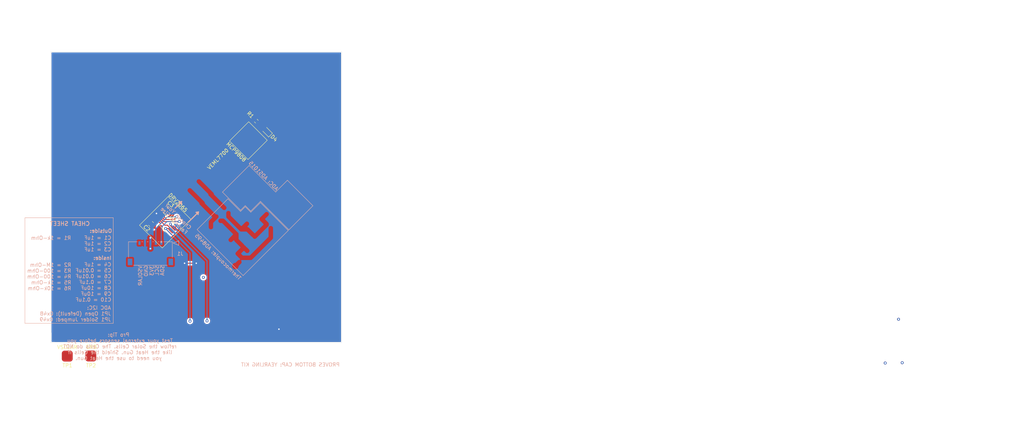
<source format=kicad_pcb>
(kicad_pcb (version 20240108) (generator "pcbnew") (generator_version "8.0")
  (title_block (title "YEARLING KIT -Z") (date "2023-03-27") (rev "3.1"))
  (layers (0 "F.Cu" signal) (1 "In1.Cu" signal) (2 "In2.Cu" signal) (31 "B.Cu" signal) (34 "B.Paste" user) (35 "F.Paste" user) (36 "B.SilkS" user "B.Silkscreen") (37 "F.SilkS" user "F.Silkscreen") (38 "B.Mask" user) (39 "F.Mask" user) (44 "Edge.Cuts" user))
  (net 0 "")
  (net 1 "GND")
  (net 2 "+3V3")
  (net 3 "VSOLAR")
  (net 4 "SDA")
  (net 5 "SCL")
  (net 6 "Net-(U2-REG)")
  (net 8 "Net-(D4-A)")
  (net 9 "Net-(U2-OUT+)")
  (net 11 "OUT")
  (footprint "SolarPanelBoards:Test Pad" (layer "F.Cu") (at 113.41 130.95 90)
    (property "Reference" "TP1" (at -2.58 0.04 0) (layer "F.SilkS"))
    (property "Value" "TestPoint")
    (pad "1" smd roundrect (at 0 0 90) (size 3 3) (layers "F.Cu" "F.Paste" "F.Mask") (net 3 "VSOLAR"))
  )
  (footprint "LED_SMD:LED_0603_1608Metric" (layer "F.Cu") (at 168.283153 69.123153 135)
    (property "Reference" "D4" (at -2.735 0.059999 135) (layer "F.SilkS"))
    (property "Value" "CQY99")
    (fp_line (start 0.8 -0.735) (end -1.485 -0.735) (stroke (width 0.12)) (layer "F.SilkS"))
    (fp_line (start -1.485 -0.735) (end -1.485 0.735) (stroke (width 0.12)) (layer "F.SilkS"))
    (fp_line (start -1.485 0.735) (end 0.8 0.735) (stroke (width 0.12)) (layer "F.SilkS"))
    (pad "1" smd roundrect (at -0.787501 0 135) (size 0.875 0.95) (layers "F.Cu" "F.Paste" "F.Mask") (net 1 "GND"))
    (pad "2" smd roundrect (at 0.787501 0 135) (size 0.875 0.95) (layers "F.Cu" "F.Paste" "F.Mask") (net 8 "Net-(D4-A)"))
  )
  (footprint "Capacitor_SMD:C_0805_2012Metric" (layer "F.Cu") (at 140.529949 90.476119 135)
    (property "Reference" "C3" (at 0 1.88 135) (layer "F.SilkS"))
    (property "Value" "1uF")
    (fp_line (start -0.261253 -0.735) (end 0.261253 -0.735) (stroke (width 0.12)) (layer "F.SilkS"))
    (fp_line (start -0.261253 0.735) (end 0.261253 0.735) (stroke (width 0.12)) (layer "F.SilkS"))
    (pad "1" smd roundrect (at -0.949999 0 135) (size 1 1.45) (layers "F.Cu" "F.Paste" "F.Mask") (net 6 "Net-(U2-REG)"))
    (pad "2" smd roundrect (at 0.949999 0 135) (size 1 1.45) (layers "F.Cu" "F.Paste" "F.Mask") (net 1 "GND"))
  )
  (footprint "SolarPanelBoards:Test Pad" (layer "F.Cu") (at 119.89 130.92 90)
    (property "Reference" "TP2" (at -2.61 0.05 0) (layer "F.SilkS"))
    (property "Value" "TestPoint")
    (pad "1" smd roundrect (at 0 0 90) (size 3 3) (layers "F.Cu" "F.Paste" "F.Mask") (net 1 "GND"))
  )
  (footprint "Resistor_SMD:R_0603_1608Metric" (layer "F.Cu") (at 165.419368 66.315938 -45)
    (property "Reference" "R1" (at -2.39 -0.065 135) (layer "F.SilkS"))
    (property "Value" "1k")
    (fp_line (start -0.237258 0.5225) (end 0.237258 0.5225) (stroke (width 0.12)) (layer "F.SilkS"))
    (fp_line (start -0.237258 -0.5225) (end 0.237258 -0.5225) (stroke (width 0.12)) (layer "F.SilkS"))
    (pad "1" smd roundrect (at -0.825 0 315) (size 0.8 0.95) (layers "F.Cu" "F.Paste" "F.Mask") (net 2 "+3V3"))
    (pad "2" smd roundrect (at 0.825 0 315) (size 0.8 0.95) (layers "F.Cu" "F.Paste" "F.Mask") (net 8 "Net-(D4-A)"))
  )
  (footprint "Capacitor_SMD:C_0805_2012Metric" (layer "F.Cu") (at 136.457014 94.591481 135)
    (property "Reference" "C2" (at 0 -1.679999 135) (layer "F.SilkS"))
    (property "Value" "1uF")
    (fp_line (start -0.261253 -0.735) (end 0.261253 -0.735) (stroke (width 0.12)) (layer "F.SilkS"))
    (fp_line (start -0.261253 0.735) (end 0.261253 0.735) (stroke (width 0.12)) (layer "F.SilkS"))
    (pad "1" smd roundrect (at -0.949999 0 135) (size 1 1.45) (layers "F.Cu" "F.Paste" "F.Mask") (net 2 "+3V3"))
    (pad "2" smd roundrect (at 0.949999 0 135) (size 1 1.45) (layers "F.Cu" "F.Paste" "F.Mask") (net 1 "GND"))
  )
  (footprint "Package_SO:VSSOP-10_3x3mm_P0.5mm" (layer "F.Cu") (at 140.742082 94.732902 -45)
    (property "Reference" "U2" (at 0 -2.450001 135) (layer "F.SilkS"))
    (property "Value" "DRV2605LDGS")
    (fp_line (start 0 1.61) (end -1.5 1.61) (stroke (width 0.12)) (layer "F.SilkS"))
    (fp_line (start 0 1.61) (end 1.5 1.61) (stroke (width 0.12)) (layer "F.SilkS"))
    (fp_line (start 0 -1.61) (end -2.925 -1.61) (stroke (width 0.12)) (layer "F.SilkS"))
    (fp_line (start 0 -1.61) (end 1.5 -1.61) (stroke (width 0.12)) (layer "F.SilkS"))
    (pad "1" smd roundrect (at -2.2 -1 315) (size 1.45 0.3) (layers "F.Cu" "F.Paste" "F.Mask") (net 6 "Net-(U2-REG)"))
    (pad "2" smd roundrect (at -2.2 -0.499999 315) (size 1.45 0.3) (layers "F.Cu" "F.Paste" "F.Mask") (net 5 "SCL"))
    (pad "3" smd roundrect (at -2.2 0 315) (size 1.45 0.3) (layers "F.Cu" "F.Paste" "F.Mask") (net 4 "SDA"))
    (pad "4" smd roundrect (at -2.2 0.499999 315) (size 1.45 0.3) (layers "F.Cu" "F.Paste" "F.Mask") (net 1 "GND"))
    (pad "5" smd roundrect (at -2.2 1 315) (size 1.45 0.3) (layers "F.Cu" "F.Paste" "F.Mask") (net 2 "+3V3"))
    (pad "6" smd roundrect (at 2.2 1 315) (size 1.45 0.3) (layers "F.Cu" "F.Paste" "F.Mask"))
    (pad "7" smd roundrect (at 2.2 0.499999 315) (size 1.45 0.3) (layers "F.Cu" "F.Paste" "F.Mask") (net 9 "Net-(U2-OUT+)"))
    (pad "8" smd roundrect (at 2.2 0 315) (size 1.45 0.3) (layers "F.Cu" "F.Paste" "F.Mask") (net 1 "GND"))
    (pad "9" smd roundrect (at 2.2 -0.499999 315) (size 1.45 0.3) (layers "F.Cu" "F.Paste" "F.Mask") (net 9 "Net-(U2-OUT+)"))
    (pad "10" smd roundrect (at 2.2 -1 315) (size 1.45 0.3) (layers "F.Cu" "F.Paste" "F.Mask") (net 2 "+3V3"))
  )
  (footprint "SolarPanelBoards:CON_5040500591" (layer "B.Cu") (at 139.278501 99.85)
    (property "Reference" "J1" (at 5.191499 2.93 0) (layer "B.SilkS") (effects (justify mirror)))
    (property "Value" "CON-5040500591" (hide yes))
    (fp_line (start -9.024989 -0.34) (end -6.620041 -0.34) (stroke (width 0.12)) (layer "B.SilkS"))
    (fp_line (start -9.024989 3.96996) (end -9.024989 -0.34) (stroke (width 0.12)) (layer "B.SilkS"))
    (fp_line (start -5.379961 -0.34) (end -5.120041 -0.34) (stroke (width 0.12)) (layer "B.SilkS"))
    (fp_line (start -3.879961 -0.34) (end -3.620039 -0.34) (stroke (width 0.12)) (layer "B.SilkS"))
    (fp_line (start -2.379959 -0.34) (end -2.12004 -0.34) (stroke (width 0.12)) (layer "B.SilkS"))
    (fp_line (start -0.87996 -0.34) (end -0.62004 -0.34) (stroke (width 0.12)) (layer "B.SilkS"))
    (fp_line (start 0.62004 -0.34) (end 3.024988 -0.34) (stroke (width 0.12)) (layer "B.SilkS"))
    (fp_line (start 1.660115 6.1) (end -7.660116 6.1) (stroke (width 0.12)) (layer "B.SilkS"))
    (fp_line (start 3.024988 -0.34) (end 3.024988 3.96996) (stroke (width 0.12)) (layer "B.SilkS"))
    (fp_line (start 3.278987 0) (end 4.802987 0.635) (stroke (width 0.12)) (layer "B.SilkS"))
    (fp_line (start 4.802987 -0.635) (end 3.278987 0) (stroke (width 0.12)) (layer "B.SilkS"))
    (fp_line (start 4.802987 0.635) (end 4.802987 -0.635) (stroke (width 0.12)) (layer "B.SilkS"))
    (fp_text user "*" (at 0 0 0) (layer "B.SilkS") (effects (justify mirror)))
    (pad "1" smd rect (at 0 0) (size 0.6 1) (layers "B.Cu" "B.Paste" "B.Mask") (net 4 "SDA"))
    (pad "2" smd rect (at -1.5 0) (size 0.6 1) (layers "B.Cu" "B.Paste" "B.Mask") (net 5 "SCL"))
    (pad "3" smd rect (at -2.999999 0) (size 0.6 1) (layers "B.Cu" "B.Paste" "B.Mask") (net 2 "+3V3"))
    (pad "4" smd rect (at -4.500001 0) (size 0.6 1) (layers "B.Cu" "B.Paste" "B.Mask") (net 1 "GND"))
    (pad "5" smd rect (at -6.000001 0) (size 0.6 1) (layers "B.Cu" "B.Paste" "B.Mask") (net 3 "VSOLAR"))
    (pad "6" smd rect (at 2.604999 5.19) (size 1.25 1.8) (layers "B.Cu" "B.Paste" "B.Mask"))
    (pad "7" smd rect (at -8.604999 5.19) (size 1.25 1.8) (layers "B.Cu" "B.Paste" "B.Mask") (net 11 "OUT"))
  )
  (gr_line (start 148.721082 91.370516) (end 149.406976 92.05641) (stroke (width 0.12)) (layer "B.SilkS"))
  (gr_line (start 180.978123 89.596889) (end 173.963624 82.58239) (stroke (width 0.12)) (layer "B.SilkS"))
  (gr_line (start 149.456473 92.105907) (end 149.223127 91.844279) (stroke (width 0.12)) (layer "B.SilkS"))
  (gr_line (start 161.787246 108.80191) (end 149.130034 96.144698) (stroke (width 0.12)) (layer "B.SilkS"))
  (gr_line (start 149.350406 91.914989) (end 148.855431 91.420014) (stroke (width 0.12)) (layer "B.SilkS"))
  (gr_line (start 143.011194 90.200255) (end 143.124331 90.313392) (stroke (width 0.12)) (layer "B.SilkS"))
  (gr_line (start 149.597895 91.200811) (end 148.721082 91.370516) (stroke (width 0.12)) (layer "B.SilkS"))
  (gr_line (start 144.213274 88.559766) (end 144.807245 88.474915) (stroke (width 0.12)) (layer "B.SilkS"))
  (gr_line (start 146.769467 94.17066) (end 146.65633 94.057523) (stroke (width 0.12)) (layer "B.SilkS"))
  (gr_line (start 149.583751 91.214953) (end 148.721082 91.370516) (stroke (width 0.12)) (layer "B.SilkS"))
  (gr_line (start 156.109177 85.842153) (end 163.434804 78.516527) (stroke (width 0.12)) (layer "B.SilkS"))
  (gr_line (start 144.807245 88.474915) (end 144.722393 88.998174) (stroke (width 0.12)) (layer "B.SilkS"))
  (gr_poly (pts (xy 101.77 92.889999) (xy 126.07 92.89) (xy 126.07 121.94) (xy 101.77 121.939999)) (stroke (width 0.12)) (fill none) (layer "B.SilkS"))
  (gr_line (start 143.053621 90.242682) (end 144.941594 88.354705) (stroke (width 0.12)) (layer "B.SilkS"))
  (gr_line (start 173.963624 82.58239) (end 173.942411 82.603604) (stroke (width 0.12)) (layer "B.SilkS"))
  (gr_line (start 143.124331 90.313392) (end 144.474905 88.962819) (stroke (width 0.12)) (layer "B.SilkS"))
  (gr_line (start 144.722393 88.998174) (end 144.354697 88.616336) (stroke (width 0.12)) (layer "B.SilkS"))
  (gr_line (start 146.705826 94.092878) (end 149.583751 91.214953) (stroke (width 0.12)) (layer "B.SilkS"))
  (gr_line (start 174.373747 96.215409) (end 166.553146 88.394808) (stroke (width 0.12)) (layer "B.SilkS"))
  (gr_line (start 149.597895 91.200811) (end 149.456473 92.105907) (stroke (width 0.12)) (layer "B.SilkS"))
  (gr_line (start 143.124331 90.313392) (end 144.481976 88.941605) (stroke (width 0.12)) (layer "B.SilkS"))
  (gr_line (start 144.941594 88.354705) (end 144.078926 88.510269) (stroke (width 0.12)) (layer "B.SilkS"))
  (gr_line (start 149.30798 91.716999) (end 149.117061 91.526081) (stroke (width 0.12)) (layer "B.SilkS"))
  (gr_line (start 149.456473 92.105907) (end 149.332728 91.982164) (stroke (width 0.12)) (layer "B.SilkS"))
  (gr_line (start 163.434804 78.516527) (end 170.732146 85.813868) (stroke (width 0.12)) (layer "B.SilkS"))
  (gr_line (start 166.546075 88.727148) (end 163.894424 91.378799) (stroke (width 0.12)) (layer "B.SilkS"))
  (gr_line (start 148.855431 91.420014) (end 149.449401 91.335162) (stroke (width 0.12)) (layer "B.SilkS"))
  (gr_line (start 144.665824 88.856752) (end 144.474905 88.665834) (stroke (width 0.12)) (layer "B.SilkS"))
  (gr_line (start 161.094281 90.827256) (end 156.109177 85.842153) (stroke (width 0.12)) (layer "B.SilkS"))
  (gr_line (start 170.732146 85.813868) (end 173.942411 82.603604) (stroke (width 0.12)) (layer "B.SilkS"))
  (gr_line (start 144.361768 88.849681) (end 143.011194 90.200255) (stroke (width 0.12)) (layer "B.SilkS"))
  (gr_line (start 144.70825 89.054744) (end 144.213274 88.559766) (stroke (width 0.12)) (layer "B.SilkS"))
  (gr_line (start 144.824924 88.499663) (end 144.789568 89.058278) (stroke (width 0.12)) (layer "B.SilkS"))
  (gr_line (start 149.307979 91.46244) (end 149.30798 91.716999) (stroke (width 0.12)) (layer "B.SilkS"))
  (gr_line (start 149.130034 96.144698) (end 157.594102 87.68063) (stroke (width 0.12)) (layer "B.SilkS"))
  (gr_line (start 162.367073 89.851449) (end 161.065997 91.152525) (stroke (width 0.12)) (layer "B.SilkS"))
  (gr_line (start 157.594102 87.68063) (end 161.065997 91.152525) (stroke (width 0.12)) (layer "B.SilkS"))
  (gr_line (start 144.665823 88.602193) (end 144.665824 88.856752) (stroke (width 0.12)) (layer "B.SilkS"))
  (gr_line (start 163.894424 91.378799) (end 162.367073 89.851449) (stroke (width 0.12)) (layer "B.SilkS"))
  (gr_line (start 144.814317 89.245661) (end 144.580971 88.984031) (stroke (width 0.12)) (layer "B.SilkS"))
  (gr_line (start 149.406976 92.05641) (end 149.583751 91.214953) (stroke (width 0.12)) (layer "B.SilkS"))
  (gr_line (start 144.078926 88.510269) (end 144.76482 89.196164) (stroke (width 0.12)) (layer "B.SilkS"))
  (gr_line (start 166.553146 88.394808) (end 163.880282 91.067672) (stroke (width 0.12)) (layer "B.SilkS"))
  (gr_line (start 144.955739 88.340564) (end 144.078926 88.510269) (stroke (width 0.12)) (layer "B.SilkS"))
  (gr_line (start 148.996852 91.476584) (end 149.307979 91.46244) (stroke (width 0.12)) (layer "B.SilkS"))
  (gr_line (start 149.003924 91.709928) (end 146.65633 94.057523) (stroke (width 0.12)) (layer "B.SilkS"))
  (gr_line (start 144.354697 88.616336) (end 144.665823 88.602193) (stroke (width 0.12)) (layer "B.SilkS"))
  (gr_line (start 166.553145 88.734219) (end 174.204041 96.385115) (stroke (width 0.12)) (layer "B.SilkS"))
  (gr_line (start 147.653349 93.060502) (end 147.766487 93.17364) (stroke (width 0.12)) (layer "B.SilkS"))
  (gr_line (start 147.766487 93.17364) (end 149.124134 91.801851) (stroke (width 0.12)) (layer "B.SilkS"))
  (gr_line (start 144.76482 89.196164) (end 144.941594 88.354705) (stroke (width 0.12)) (layer "B.SilkS"))
  (gr_line (start 162.367073 89.554464) (end 161.094281 90.827256) (stroke (width 0.12)) (layer "B.SilkS"))
  (gr_line (start 163.880282 91.067672) (end 162.367073 89.554464) (stroke (width 0.12)) (layer "B.SilkS"))
  (gr_line (start 174.204041 96.385115) (end 161.787246 108.80191) (stroke (width 0.12)) (layer "B.SilkS"))
  (gr_line (start 144.955739 88.340564) (end 144.814317 89.245661) (stroke (width 0.12)) (layer "B.SilkS"))
  (gr_line (start 146.769467 94.17066) (end 149.117061 91.823065) (stroke (width 0.12)) (layer "B.SilkS"))
  (gr_line (start 174.373746 96.215409) (end 180.978123 89.596889) (stroke (width 0.12)) (layer "B.SilkS"))
  (gr_line (start 149.364549 91.858421) (end 148.996852 91.476584) (stroke (width 0.12)) (layer "B.SilkS"))
  (gr_line (start 149.449401 91.335162) (end 149.364549 91.858421) (stroke (width 0.12)) (layer "B.SilkS"))
  (gr_line (start 144.814317 89.245661) (end 144.690572 89.121917) (stroke (width 0.12)) (layer "B.SilkS"))
  (gr_poly (pts (xy 163.324297 66.482575) (xy 168.422537 71.580815) (xy 163.126307 76.877045) (xy 158.028067 71.778805)) (stroke (width 0.12)) (fill none) (layer "F.SilkS"))
  (gr_poly (pts (xy 141.14865 87.064311) (xy 147.41717 93.33283) (xy 139.54 101.21) (xy 133.271481 94.941481)) (stroke (width 0.12)) (fill none) (layer "F.SilkS"))
  (gr_rect (start 108.91 47.25) (end 188.91 127.25) (stroke (width 0.05)) (fill none) (layer "Edge.Cuts"))
  (gr_text "R1 = 1k-Ohm" (at 108.93 98.450001 0) (layer "B.SilkS") (effects (font (size 1 1)) (justify mirror)))
  (gr_text "SCL" (at 138.08 107.41 90) (layer "B.SilkS") (effects (font (size 1 1)) (justify mirror)))
  (gr_text "C4 = 1uF\nC5 = 0.01uF\nC6 = 0.01uF\nC7 = 0.1uF\nC8 = 10uF\nC9 = 10uF\nC10 = 0.1uF" (at 125.59 110.600001 0) (layer "B.SilkS") (effects (font (size 1 1)) (justify left mirror)))
  (gr_text "VSOLAR" (at 133.5 108.82 90) (layer "B.SilkS") (effects (font (size 1 1)) (justify mirror)))
  (gr_text "Thermocouple: AD8495" (at 154.885883 103.64003 315) (layer "B.SilkS") (effects (font (size 1 1)) (justify mirror)))
  (gr_text "GND" (at 135.09 107.54 90) (layer "B.SilkS") (effects (font (size 1 1)) (justify mirror)))
  (gr_text "3V3" (at 136.65 107.43 90) (layer "B.SilkS") (effects (font (size 1 1)) (justify mirror)))
  (gr_text "PROVES BOTTOM CAP: YEARLING KIT" (at 161.14 133.3 0) (layer "B.SilkS") (effects (font (size 1 1)) (justify right mirror)))
  (gr_text "ADC I2C:\nJP1 Open (Defeult): 0x48\nJP1 Solder Jumped: 0x49" (at 125.499999 119.270001 0) (layer "B.SilkS") (effects (font (size 1 1)) (justify left mirror)))
  (gr_text "CHEAT SHEET" (at 114.13 94.52 0) (layer "B.SilkS") (effects (font (size 1.1 1.1) (thickness 0.2)) (justify mirror)))
  (gr_text "Pro Tip:\nTest your external sensors before you \nreflow the Solar Cells. The Cells do NOT \nlike the Heat Gun. Shield the Cells if \nyou need to use the Heat Gun." (at 127.53 128.3 0) (layer "B.SilkS") (effects (font (size 1 1)) (justify mirror)))
  (gr_text "ADC: ADS1015" (at 167.401673 81.366166 315) (layer "B.SilkS") (effects (font (size 1 1)) (justify mirror)))
  (gr_text "R2 = 1M-Ohm\nR3 = 100-Ohm\nR4 = 100-Ohm\nR5 = 1k-Ohm\nR6 = 10k-Ohm" (at 114.57 109.090001 0) (layer "B.SilkS") (effects (font (size 1 1)) (justify left mirror)))
  (gr_text "C1 = 1uF\nC2 = 1uF\nC3 = 1uF" (at 125.590001 100.01 0) (layer "B.SilkS") (effects (font (size 1 1)) (justify left mirror)))
  (gr_text "SDA" (at 139.56 107.41 90) (layer "B.SilkS") (effects (font (size 1 1)) (justify mirror)))
  (gr_text "Inside:" (at 123.08 103.970001 0) (layer "B.SilkS") (effects (font (size 1 1) (thickness 0.2)) (justify mirror)))
  (gr_text "Choose Your\nFavorite Size" (at 143.34 93.11 315) (layer "B.SilkS") (effects (font (size 1 1)) (justify mirror)))
  (gr_text "Outside:" (at 122.660001 96.51 0) (layer "B.SilkS") (effects (font (size 1 1) (thickness 0.2)) (justify mirror)))
  (gr_text "GND" (at 120.01 128.45 0) (layer "F.SilkS") (effects (font (size 1 1))))
  (gr_text "VEML7700" (at 154.87 76.76 45) (layer "F.SilkS") (effects (font (size 1 1))))
  (gr_text "MCP9808" (at 159.84 74.8 315) (layer "F.SilkS") (effects (font (size 1 1))))
  (gr_text "DRV2065" (at 143.85 88.73 315) (layer "F.SilkS") (effects (font (size 1 1))))
  (gr_text "VSOLAR" (at 113.39 128.5 0) (layer "F.SilkS") (effects (font (size 1 1))))
  (segment (start 140.944595 94.935415) (end 142.297717 96.288537) (width 0.25) (layer "F.Cu") (net 1))
  (segment (start 137.946283 91.716283) (end 137.984365 91.678201) (width 0.25) (layer "F.Cu") (net 1))
  (segment (start 137.984365 91.678201) (end 139.858198 89.804368) (width 0.25) (layer "F.Cu") (net 1))
  (segment (start 138.832894 93.53082) (end 140.242074 94.94) (width 0.25) (layer "F.Cu") (net 1))
  (segment (start 137.984365 92.710576) (end 137.984365 91.678201) (width 0.25) (layer "F.Cu") (net 1))
  (segment (start 140.246659 94.935415) (end 140.944595 94.935415) (width 0.25) (layer "F.Cu") (net 1))
  (segment (start 140.242074 94.94) (end 140.246659 94.935415) (width 0.25) (layer "F.Cu") (net 1))
  (segment (start 135.785263 93.877303) (end 137.946283 91.716283) (width 0.25) (layer "F.Cu") (net 1))
  (segment (start 145.68 105.41) (end 148.9 105.41) (width 0.25) (layer "F.Cu") (net 1))
  (segment (start 138.804609 93.53082) (end 137.984365 92.710576) (width 0.25) (layer "F.Cu") (net 1))
  (via (at 171.63 123.54) (size 0.8) (drill 0.4) (layers "F.Cu" "B.Cu") (net 1))
  (via (at 145.68 105.41) (size 0.8) (drill 0.4) (layers "F.Cu" "B.Cu") (net 1))
  (via (at 148.9 105.41) (size 0.8) (drill 0.4) (layers "F.Cu" "B.Cu") (net 1))
  (via (at 137.946283 91.716283) (size 0.8) (drill 0.4) (layers "F.Cu" "B.Cu") (net 1))
  (segment (start 143.7 96.69) (end 142.14 98.25) (width 0.25) (layer "F.Cu") (net 2))
  (segment (start 143.004824 95.58143) (end 143.7 96.276606) (width 0.25) (layer "F.Cu") (net 2))
  (segment (start 133.56 94.935841) (end 142.806126 85.689715) (width 0.25) (layer "F.Cu") (net 2))
  (segment (start 142.806126 85.689715) (end 142.806126 85.683874) (width 0.25) (layer "F.Cu") (net 2))
  (segment (start 143.7 96.276606) (end 143.7 96.69) (width 0.25) (layer "F.Cu") (net 2))
  (segment (start 134.21 96.33) (end 133.56 95.68) (width 0.25) (layer "F.Cu") (net 2))
  (segment (start 133.56 95.68) (end 133.56 94.935841) (width 0.25) (layer "F.Cu") (net 2))
  (segment (start 137.128766 95.263232) (end 138.47934 93.912658) (width 0.25) (layer "F.Cu") (net 2))
  (segment (start 143.004824 95.575176) (end 143.54 95.04) (width 0.25) (layer "F.Cu") (net 2))
  (segment (start 136.03 96.33) (end 134.21 96.33) (width 0.25) (layer "F.Cu") (net 2))
  (segment (start 137.096768 95.263232) (end 136.03 96.33) (width 0.25) (layer "F.Cu") (net 2))
  (segment (start 143.6 96.19) (end 144.21 96.19) (width 0.25) (layer "F.Cu") (net 2))
  (segment (start 143.004824 95.594824) (end 143.6 96.19) (width 0.25) (layer "F.Cu") (net 2))
  (segment (start 142.806126 85.683874) (end 143.09 85.4) (width 0.25) (layer "F.Cu") (net 2))
  (via (at 136.278502 101.378502) (size 0.8) (drill 0.4) (layers "F.Cu" "B.Cu") (net 2))
  (via (at 136.278502 98.431498) (size 0.8) (drill 0.4) (layers "F.Cu" "B.Cu") (net 2))
  (segment (start 136.278502 99.85) (end 136.278502 98.431498) (width 0.5) (layer "B.Cu") (net 2))
  (segment (start 136.278502 99.85) (end 136.278502 101.378502) (width 0.5) (layer "B.Cu") (net 2))
  (segment (start 139.96418 93.955) (end 144.245 93.955) (width 0.25) (layer "F.Cu") (net 4))
  (segment (start 139.186447 93.177267) (end 139.96418 93.955) (width 0.25) (layer "F.Cu") (net 4))
  (via (at 144.245 93.955) (size 0.8) (drill 0.4) (layers "F.Cu" "B.Cu") (net 4))
  (segment (start 139.278501 95.511499) (end 140.84 93.95) (width 0.25) (layer "B.Cu") (net 4))
  (segment (start 140.84 93.95) (end 144.24 93.95) (width 0.25) (layer "B.Cu") (net 4))
  (segment (start 139.278501 99.85) (end 139.278501 95.511499) (width 0.25) (layer "B.Cu") (net 4))
  (segment (start 139.54 92.823714) (end 140.099098 93.382812) (width 0.25) (layer "F.Cu") (net 5))
  (segment (start 140.099098 93.382812) (end 142.769981 93.382812) (width 0.25) (layer "F.Cu") (net 5))
  (segment (start 142.769981 93.382812) (end 143.511396 92.641396) (width 0.25) (layer "F.Cu") (net 5))
  (via (at 143.511396 92.641396) (size 0.8) (drill 0.4) (layers "F.Cu" "B.Cu") (net 5))
  (segment (start 143.511396 92.641396) (end 140.978604 92.641396) (width 0.25) (layer "B.Cu") (net 5))
  (segment (start 137.778501 95.841499) (end 137.778501 99.85) (width 0.25) (layer "B.Cu") (net 5))
  (segment (start 140.978604 92.641396) (end 137.778501 95.841499) (width 0.25) (layer "B.Cu") (net 5))
  (segment (start 139.893553 92.47016) (end 141.201701 91.162013) (width 0.25) (layer "F.Cu") (net 6))
  (segment (start 166.002732 66.899302) (end 167.669736 68.566306) (width 0.25) (layer "F.Cu") (net 8))
  (segment (start 141.172074 95.87) (end 140.46 95.87) (width 0.25) (layer "F.Cu") (net 9))
  (segment (start 142.65127 95.934984) (end 141.78 95.063714) (width 0.25) (layer "F.Cu") (net 9))
  (segment (start 141.944164 96.64209) (end 141.172074 95.87) (width 0.25) (layer "F.Cu") (net 9))
  (segment (start 141.78 95.063714) (end 141.78 94.68) (width 0.25) (layer "F.Cu") (net 9))
  (via (at 147.18 121.33) (size 0.8) (drill 0.4) (layers "F.Cu" "B.Cu") (net 9))
  (via (at 141.78 94.68) (size 0.8) (drill 0.4) (layers "F.Cu" "B.Cu") (net 9))
  (via (at 150.85 109.29) (size 0.8) (drill 0.4) (layers "F.Cu" "B.Cu") (net 9))
  (via (at 342.065 120.815) (size 0.8) (drill 0.4) (layers "F.Cu" "B.Cu") (net 9))
  (via (at 338.395 132.855) (size 0.8) (drill 0.4) (layers "F.Cu" "B.Cu") (net 9))
  (via (at 140.46 95.87) (size 0.8) (drill 0.4) (layers "F.Cu" "B.Cu") (net 9))
  (via (at 343.075 132.775) (size 0.8) (drill 0.4) (layers "F.Cu" "B.Cu") (net 9))
  (via (at 151.86 121.25) (size 0.8) (drill 0.4) (layers "F.Cu" "B.Cu") (net 9))
  (segment (start 140.46 95.87) (end 147.18 102.59) (width 0.25) (layer "B.Cu") (net 9))
  (segment (start 147.18 102.59) (end 147.18 121.33) (width 0.25) (layer "B.Cu") (net 9))
  (segment (start 151.86 104.76) (end 151.86 121.25) (width 0.25) (layer "B.Cu") (net 9))
  (segment (start 141.78 94.68) (end 151.86 104.76) (width 0.25) (layer "B.Cu") (net 9))
  (zone (net 2) (net_name "+3V3") (layer "F.Cu") (connect_pads (clearance 0.508)) (min_thickness 0.254) (fill yes (thermal_gap 0.508) (thermal_bridge_width 0.508))
    (polygon (pts (xy 189 45.5) (xy 199.5 45.5) (xy 199.5 124.5) (xy 189 124.5) (xy 189 135) (xy 110 135) (xy 110 124.5) (xy 99.5 124.5) (xy 99.5 45.5) (xy 110 45.49) (xy 110 35) (xy 189 35)))
  )
  (zone (net 1) (net_name "GND") (layers "In1.Cu" "B.Cu") (connect_pads (clearance 0.508)) (min_thickness 0.254) (fill yes (thermal_gap 0.508) (thermal_bridge_width 0.508))
    (polygon (pts (xy 203.9 33.19) (xy 203.36 136.85) (xy 94.91 136.85) (xy 98.38 33)))
  )
  (zone (net 1) (net_name "GND") (layer "B.Cu") (connect_pads (clearance 0.508)) (min_thickness 0.254) (fill yes (thermal_gap 0.508) (thermal_bridge_width 0.508))
    (polygon (pts (xy 189 45.5) (xy 199.5 45.5) (xy 199.5 124.5) (xy 189 124.5) (xy 189 135) (xy 110 135) (xy 110 124.5) (xy 99.5 124.5) (xy 99.5 45.5) (xy 110.01 45.49) (xy 110 35) (xy 189 35)))
  )
)
</source>
